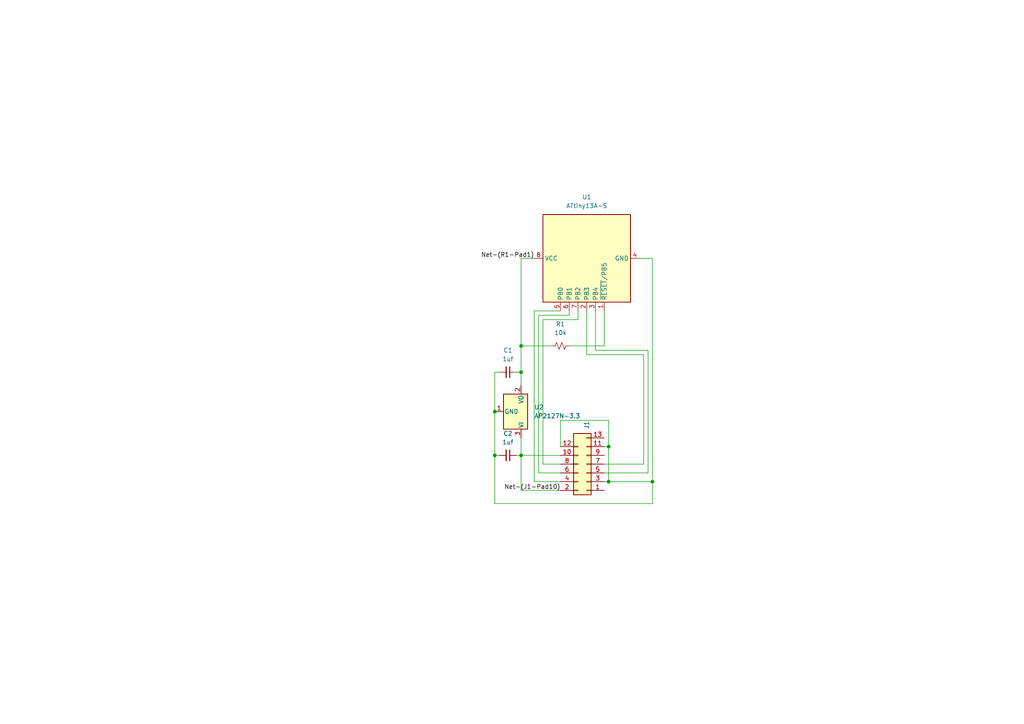
<source format=kicad_sch>
(kicad_sch (version 20211123) (generator eeschema)
  (paper "A4")
  (lib_symbols
    (symbol "Connector_Generic:Conn_2Rows-13Pins" (pin_names (offset 1.016) hide)
      (property "Reference" "J" (at 1.27 10.16 0))
      (property "Value" "Conn_2Rows-13Pins" (at 1.27 -10.16 0))
      (symbol "Conn_2Rows-13Pins_1_1"
        (rectangle (start -1.27 -7.493) (end 0 -7.747) (stroke (width 0.1524)))
        (rectangle (start -1.27 -4.953) (end 0 -5.207) (stroke (width 0.1524)))
        (rectangle (start -1.27 -2.413) (end 0 -2.667) (stroke (width 0.1524)))
        (rectangle (start -1.27 0.127) (end 0 -0.127) (stroke (width 0.1524)))
        (rectangle (start -1.27 2.667) (end 0 2.413) (stroke (width 0.1524)))
        (rectangle (start -1.27 5.207) (end 0 4.953) (stroke (width 0.1524)))
        (rectangle (start -1.27 7.747) (end 0 7.493) (stroke (width 0.1524)))
        (rectangle (start -1.27 8.89) (end 3.81 -8.89) (stroke (width 0.254)) (fill (type background)))
        (rectangle (start 3.81 -4.953) (end 2.54 -5.207) (stroke (width 0.1524)))
        (rectangle (start 3.81 -2.413) (end 2.54 -2.667) (stroke (width 0.1524)))
        (rectangle (start 3.81 0.127) (end 2.54 -0.127) (stroke (width 0.1524)))
        (rectangle (start 3.81 2.667) (end 2.54 2.413) (stroke (width 0.1524)))
        (rectangle (start 3.81 5.207) (end 2.54 4.953) (stroke (width 0.1524)))
        (rectangle (start 3.81 7.747) (end 2.54 7.493) (stroke (width 0.1524)))
        (pin passive line (at -5.08 7.62 0) (length 3.81) (name "Pin_1") (number "1"))
        (pin passive line (at 7.62 -2.54 180) (length 3.81) (name "Pin_10") (number "10"))
        (pin passive line (at -5.08 -5.08 0) (length 3.81) (name "Pin_11") (number "11"))
        (pin passive line (at 7.62 -5.08 180) (length 3.81) (name "Pin_12") (number "12"))
        (pin passive line (at -5.08 -7.62 0) (length 3.81) (name "Pin_13") (number "13"))
        (pin passive line (at 7.62 7.62 180) (length 3.81) (name "Pin_2") (number "2"))
        (pin passive line (at -5.08 5.08 0) (length 3.81) (name "Pin_3") (number "3"))
        (pin passive line (at 7.62 5.08 180) (length 3.81) (name "Pin_4") (number "4"))
        (pin passive line (at -5.08 2.54 0) (length 3.81) (name "Pin_5") (number "5"))
        (pin passive line (at 7.62 2.54 180) (length 3.81) (name "Pin_6") (number "6"))
        (pin passive line (at -5.08 0 0) (length 3.81) (name "Pin_7") (number "7"))
        (pin passive line (at 7.62 0 180) (length 3.81) (name "Pin_8") (number "8"))
        (pin passive line (at -5.08 -2.54 0) (length 3.81) (name "Pin_9") (number "9"))
      )
    )
    (symbol "Device:C_Small" (pin_numbers hide) (pin_names (offset 0.254) hide)
      (property "Reference" "C" (at 0.254 1.778 0))
      (property "Value" "C_Small" (at 0.254 -2.032 0))
      (symbol "C_Small_0_1"
        (polyline (pts (xy -1.524 -0.508) (xy 1.524 -0.508)) (stroke (width 0.3302)))
        (polyline (pts (xy -1.524 0.508) (xy 1.524 0.508)) (stroke (width 0.3048)))
      )
      (symbol "C_Small_1_1"
        (pin passive line (at 0 2.54 270) (length 2.032) (name "~") (number "1"))
        (pin passive line (at 0 -2.54 90) (length 2.032) (name "~") (number "2"))
      )
    )
    (symbol "Device:R_Small_US" (pin_numbers hide) (pin_names (offset 0.254) hide)
      (property "Reference" "R" (at 0.762 0.508 0))
      (property "Value" "R_Small_US" (at 0.762 -1.016 0))
      (symbol "R_Small_US_1_1"
        (polyline (pts (xy 0 0) (xy 1.016 -0.381) (xy 0 -0.762) (xy -1.016 -1.143) (xy 0 -1.524)))
        (polyline (pts (xy 0 1.524) (xy 1.016 1.143) (xy 0 0.762) (xy -1.016 0.381) (xy 0 0)))
        (pin passive line (at 0 2.54 270) (length 1.016) (name "~") (number "1"))
        (pin passive line (at 0 -2.54 90) (length 1.016) (name "~") (number "2"))
      )
    )
    (symbol "MCU_Microchip_ATtiny:ATtiny13A-S"
      (property "Reference" "U1" (at -13.97 1.2701 0))
      (property "Value" "ATtiny13A-S" (at -13.97 -1.2699 0))
      (symbol "ATtiny13A-S_0_1"
        (rectangle (start -12.7 -12.7) (end 12.7 12.7) (stroke (width 0.254)) (fill (type background)))
      )
      (symbol "ATtiny13A-S_1_1"
        (pin bidirectional line (at 15.24 -5.08 180) (length 2.54) (name "~{RESET}/PB5") (number "1"))
        (pin bidirectional line (at 15.24 0 180) (length 2.54) (name "PB3") (number "2"))
        (pin bidirectional line (at 15.24 -2.54 180) (length 2.54) (name "PB4") (number "3"))
        (pin power_in line (at 0 -15.24 90) (length 2.54) (name "GND") (number "4"))
        (pin bidirectional line (at 15.24 7.62 180) (length 2.54) (name "PB0") (number "5"))
        (pin bidirectional line (at 15.24 5.08 180) (length 2.54) (name "PB1") (number "6"))
        (pin bidirectional line (at 15.24 2.54 180) (length 2.54) (name "PB2") (number "7"))
        (pin power_in line (at 0 15.24 270) (length 2.54) (name "VCC") (number "8"))
      )
    )
    (symbol "Regulator_Linear:AP2127N-3.3" (pin_names (offset 0.254))
      (property "Reference" "U" (at -3.81 3.175 0))
      (property "Value" "AP2127N-3.3" (at 0 3.175 0))
      (symbol "AP2127N-3.3_0_1"
        (rectangle (start -5.08 1.905) (end 5.08 -5.08) (stroke (width 0.254)) (fill (type background)))
      )
      (symbol "AP2127N-3.3_1_1"
        (pin power_in line (at 0 -7.62 90) (length 2.54) (name "GND") (number "1"))
        (pin power_out line (at 7.62 0 180) (length 2.54) (name "VO") (number "2"))
        (pin power_in line (at -7.62 0 0) (length 2.54) (name "VI") (number "3"))
      )
    )
  )
  (junction (at 143.51 132.08))
  (junction (at 176.53 129.54))
  (junction (at 151.13 132.08))
  (junction (at 189.23 139.7))
  (junction (at 151.13 107.95))
  (junction (at 176.53 139.7))
  (junction (at 151.13 100.33))
  (junction (at 143.51 119.38))
  (wire (pts (xy 186.69 102.87) (xy 186.69 134.62)))
  (wire (pts (xy 143.51 146.05) (xy 189.23 146.05)))
  (wire (pts (xy 149.86 132.08) (xy 151.13 132.08)))
  (wire (pts (xy 143.51 132.08) (xy 143.51 146.05)))
  (wire (pts (xy 151.13 127) (xy 151.13 132.08)))
  (wire (pts (xy 189.23 146.05) (xy 189.23 139.7)))
  (wire (pts (xy 154.94 139.7) (xy 162.56 139.7)))
  (wire (pts (xy 170.18 90.17) (xy 170.18 102.87)))
  (wire (pts (xy 151.13 74.93) (xy 154.94 74.93)))
  (wire (pts (xy 143.51 107.95) (xy 144.78 107.95)))
  (wire (pts (xy 187.96 137.16) (xy 175.26 137.16)))
  (wire (pts (xy 175.26 100.33) (xy 165.1 100.33)))
  (wire (pts (xy 151.13 100.33) (xy 151.13 74.93)))
  (wire (pts (xy 176.53 139.7) (xy 176.53 129.54)))
  (wire (pts (xy 175.26 90.17) (xy 175.26 100.33)))
  (wire (pts (xy 172.72 90.17) (xy 172.72 101.6)))
  (wire (pts (xy 156.21 91.44) (xy 156.21 137.16)))
  (wire (pts (xy 165.1 91.44) (xy 156.21 91.44)))
  (wire (pts (xy 189.23 74.93) (xy 189.23 139.7)))
  (wire (pts (xy 187.96 101.6) (xy 187.96 137.16)))
  (wire (pts (xy 143.51 119.38) (xy 143.51 107.95)))
  (wire (pts (xy 176.53 121.92) (xy 162.56 121.92)))
  (wire (pts (xy 157.48 92.71) (xy 157.48 134.62)))
  (wire (pts (xy 176.53 139.7) (xy 175.26 139.7)))
  (wire (pts (xy 151.13 142.24) (xy 162.56 142.24)))
  (wire (pts (xy 162.56 132.08) (xy 151.13 132.08)))
  (wire (pts (xy 162.56 90.17) (xy 154.94 90.17)))
  (wire (pts (xy 165.1 90.17) (xy 165.1 91.44)))
  (wire (pts (xy 185.42 74.93) (xy 189.23 74.93)))
  (wire (pts (xy 167.64 92.71) (xy 157.48 92.71)))
  (wire (pts (xy 151.13 107.95) (xy 151.13 100.33)))
  (wire (pts (xy 149.86 107.95) (xy 151.13 107.95)))
  (wire (pts (xy 151.13 107.95) (xy 151.13 111.76)))
  (wire (pts (xy 162.56 121.92) (xy 162.56 129.54)))
  (wire (pts (xy 176.53 129.54) (xy 176.53 121.92)))
  (wire (pts (xy 157.48 134.62) (xy 162.56 134.62)))
  (wire (pts (xy 186.69 134.62) (xy 175.26 134.62)))
  (wire (pts (xy 151.13 132.08) (xy 151.13 142.24)))
  (wire (pts (xy 176.53 129.54) (xy 175.26 129.54)))
  (wire (pts (xy 170.18 102.87) (xy 186.69 102.87)))
  (wire (pts (xy 172.72 101.6) (xy 187.96 101.6)))
  (wire (pts (xy 151.13 100.33) (xy 160.02 100.33)))
  (wire (pts (xy 154.94 90.17) (xy 154.94 139.7)))
  (wire (pts (xy 144.78 132.08) (xy 143.51 132.08)))
  (wire (pts (xy 143.51 119.38) (xy 143.51 132.08)))
  (wire (pts (xy 189.23 139.7) (xy 176.53 139.7)))
  (wire (pts (xy 167.64 90.17) (xy 167.64 92.71)))
  (wire (pts (xy 156.21 137.16) (xy 162.56 137.16)))
  (label "Net-(R1-Pad1)" (at 154.94 74.93 180))
  (label "Net-(J1-Pad10)" (at 162.56 142.24 180))
  (symbol (lib_id "Regulator_Linear:AP2127N-3.3") (at 151.13 119.38 270) (mirror x) (unit 1)
    (property "Reference" "U2" (at 154.94 118.1099 90) (effects (justify left)))
    (property "Value" "AP2127N-3.3" (at 154.94 120.6499 90) (effects (justify left)))
    (property "Footprint" "Package_TO_SOT_SMD:SOT-23" (effects hide))
    (property "Datasheet" "https://www.diodes.com/assets/Datasheets/AP2127.pdf" (effects hide))
  )
  (symbol (lib_id "Connector_Generic:Conn_2Rows-13Pins") (at 170.18 134.62 180) (unit 1)
    (property "Reference" "J1" (at 170.1801 124.46 90) (effects (justify right)))
    (property "Value" "to Xbox" (effects hide))
    (property "Footprint" "Connector_Hirose:Hirose_DF11-14DP-2DSA_2x07_P2.00mm_Vertical" (effects hide))
  )
  (symbol (lib_id "Device:C_Small") (at 147.32 107.95 270) (unit 1)
    (property "Reference" "C1" (at 147.3136 101.6 90))
    (property "Value" "1uf" (at 147.3136 104.14 90))
    (property "Footprint" "Capacitor_SMD:C_0805_2012Metric_Pad1.18x1.45mm_HandSolder" (effects hide))
  )
  (symbol (lib_id "Device:C_Small") (at 147.32 132.08 270) (unit 1)
    (property "Reference" "C2" (at 147.3136 125.73 90))
    (property "Value" "1uf" (at 147.3136 128.27 90))
    (property "Footprint" "Capacitor_SMD:C_0805_2012Metric_Pad1.18x1.45mm_HandSolder" (effects hide))
  )
  (symbol (lib_id "MCU_Microchip_ATtiny:ATtiny13A-S") (at 170.18 74.93 90) (mirror x) (unit 1)
    (property "Reference" "U1" (at 170.18 57.15 90))
    (property "Value" "ATtiny13A-S" (at 170.18 59.69 90))
    (property "Footprint" "Package_SO:SOIC-8W_5.3x5.3mm_P1.27mm" (effects hide))
    (property "Datasheet" "http://ww1.microchip.com/downloads/en/DeviceDoc/doc8126.pdf" (effects hide))
  )
  (symbol (lib_id "Device:R_Small_US") (at 162.56 100.33 90) (unit 1)
    (property "Reference" "R1" (at 162.56 93.98 90))
    (property "Value" "10k" (at 162.56 96.52 90))
    (property "Footprint" "Resistor_SMD:R_0805_2012Metric_Pad1.20x1.40mm_HandSolder" (effects hide))
  )
)
</source>
